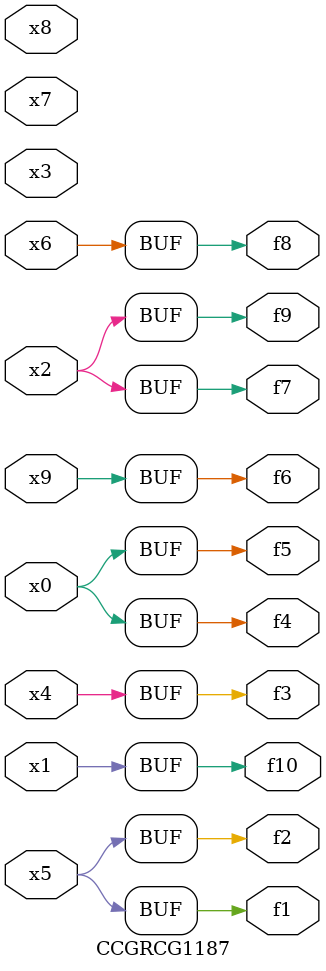
<source format=v>
module CCGRCG1187(
	input x0, x1, x2, x3, x4, x5, x6, x7, x8, x9,
	output f1, f2, f3, f4, f5, f6, f7, f8, f9, f10
);
	assign f1 = x5;
	assign f2 = x5;
	assign f3 = x4;
	assign f4 = x0;
	assign f5 = x0;
	assign f6 = x9;
	assign f7 = x2;
	assign f8 = x6;
	assign f9 = x2;
	assign f10 = x1;
endmodule

</source>
